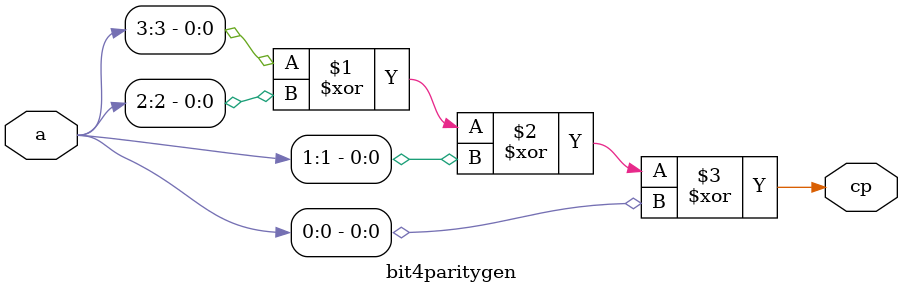
<source format=v>
module bit4paritygen(
  input [3:0]a,
  output cp);
  assign cp=(a[3]^a[2]^a[1]^a[0]);
endmodule

</source>
